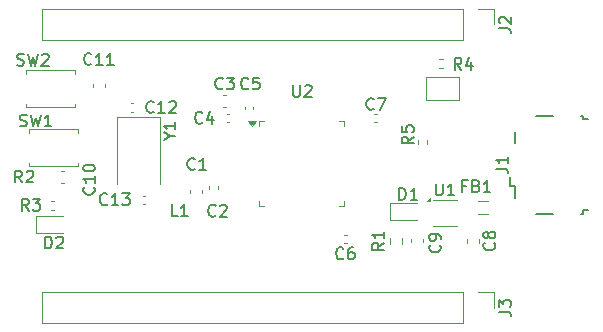
<source format=gbr>
%TF.GenerationSoftware,KiCad,Pcbnew,8.0.7*%
%TF.CreationDate,2025-01-11T18:27:59+02:00*%
%TF.ProjectId,STM32TrialPcb,53544d33-3254-4726-9961-6c5063622e6b,rev?*%
%TF.SameCoordinates,Original*%
%TF.FileFunction,Legend,Top*%
%TF.FilePolarity,Positive*%
%FSLAX46Y46*%
G04 Gerber Fmt 4.6, Leading zero omitted, Abs format (unit mm)*
G04 Created by KiCad (PCBNEW 8.0.7) date 2025-01-11 18:27:59*
%MOMM*%
%LPD*%
G01*
G04 APERTURE LIST*
%ADD10C,0.150000*%
%ADD11C,0.120000*%
G04 APERTURE END LIST*
D10*
X127216667Y-86397200D02*
X127359524Y-86444819D01*
X127359524Y-86444819D02*
X127597619Y-86444819D01*
X127597619Y-86444819D02*
X127692857Y-86397200D01*
X127692857Y-86397200D02*
X127740476Y-86349580D01*
X127740476Y-86349580D02*
X127788095Y-86254342D01*
X127788095Y-86254342D02*
X127788095Y-86159104D01*
X127788095Y-86159104D02*
X127740476Y-86063866D01*
X127740476Y-86063866D02*
X127692857Y-86016247D01*
X127692857Y-86016247D02*
X127597619Y-85968628D01*
X127597619Y-85968628D02*
X127407143Y-85921009D01*
X127407143Y-85921009D02*
X127311905Y-85873390D01*
X127311905Y-85873390D02*
X127264286Y-85825771D01*
X127264286Y-85825771D02*
X127216667Y-85730533D01*
X127216667Y-85730533D02*
X127216667Y-85635295D01*
X127216667Y-85635295D02*
X127264286Y-85540057D01*
X127264286Y-85540057D02*
X127311905Y-85492438D01*
X127311905Y-85492438D02*
X127407143Y-85444819D01*
X127407143Y-85444819D02*
X127645238Y-85444819D01*
X127645238Y-85444819D02*
X127788095Y-85492438D01*
X128121429Y-85444819D02*
X128359524Y-86444819D01*
X128359524Y-86444819D02*
X128550000Y-85730533D01*
X128550000Y-85730533D02*
X128740476Y-86444819D01*
X128740476Y-86444819D02*
X128978572Y-85444819D01*
X129311905Y-85540057D02*
X129359524Y-85492438D01*
X129359524Y-85492438D02*
X129454762Y-85444819D01*
X129454762Y-85444819D02*
X129692857Y-85444819D01*
X129692857Y-85444819D02*
X129788095Y-85492438D01*
X129788095Y-85492438D02*
X129835714Y-85540057D01*
X129835714Y-85540057D02*
X129883333Y-85635295D01*
X129883333Y-85635295D02*
X129883333Y-85730533D01*
X129883333Y-85730533D02*
X129835714Y-85873390D01*
X129835714Y-85873390D02*
X129264286Y-86444819D01*
X129264286Y-86444819D02*
X129883333Y-86444819D01*
X159566905Y-97807318D02*
X159566905Y-96807318D01*
X159566905Y-96807318D02*
X159805000Y-96807318D01*
X159805000Y-96807318D02*
X159947857Y-96854937D01*
X159947857Y-96854937D02*
X160043095Y-96950175D01*
X160043095Y-96950175D02*
X160090714Y-97045413D01*
X160090714Y-97045413D02*
X160138333Y-97235889D01*
X160138333Y-97235889D02*
X160138333Y-97378746D01*
X160138333Y-97378746D02*
X160090714Y-97569222D01*
X160090714Y-97569222D02*
X160043095Y-97664460D01*
X160043095Y-97664460D02*
X159947857Y-97759699D01*
X159947857Y-97759699D02*
X159805000Y-97807318D01*
X159805000Y-97807318D02*
X159566905Y-97807318D01*
X161090714Y-97807318D02*
X160519286Y-97807318D01*
X160805000Y-97807318D02*
X160805000Y-96807318D01*
X160805000Y-96807318D02*
X160709762Y-96950175D01*
X160709762Y-96950175D02*
X160614524Y-97045413D01*
X160614524Y-97045413D02*
X160519286Y-97093032D01*
X164823333Y-86794819D02*
X164490000Y-86318628D01*
X164251905Y-86794819D02*
X164251905Y-85794819D01*
X164251905Y-85794819D02*
X164632857Y-85794819D01*
X164632857Y-85794819D02*
X164728095Y-85842438D01*
X164728095Y-85842438D02*
X164775714Y-85890057D01*
X164775714Y-85890057D02*
X164823333Y-85985295D01*
X164823333Y-85985295D02*
X164823333Y-86128152D01*
X164823333Y-86128152D02*
X164775714Y-86223390D01*
X164775714Y-86223390D02*
X164728095Y-86271009D01*
X164728095Y-86271009D02*
X164632857Y-86318628D01*
X164632857Y-86318628D02*
X164251905Y-86318628D01*
X165680476Y-86128152D02*
X165680476Y-86794819D01*
X165442381Y-85747200D02*
X165204286Y-86461485D01*
X165204286Y-86461485D02*
X165823333Y-86461485D01*
X146783333Y-88369580D02*
X146735714Y-88417200D01*
X146735714Y-88417200D02*
X146592857Y-88464819D01*
X146592857Y-88464819D02*
X146497619Y-88464819D01*
X146497619Y-88464819D02*
X146354762Y-88417200D01*
X146354762Y-88417200D02*
X146259524Y-88321961D01*
X146259524Y-88321961D02*
X146211905Y-88226723D01*
X146211905Y-88226723D02*
X146164286Y-88036247D01*
X146164286Y-88036247D02*
X146164286Y-87893390D01*
X146164286Y-87893390D02*
X146211905Y-87702914D01*
X146211905Y-87702914D02*
X146259524Y-87607676D01*
X146259524Y-87607676D02*
X146354762Y-87512438D01*
X146354762Y-87512438D02*
X146497619Y-87464819D01*
X146497619Y-87464819D02*
X146592857Y-87464819D01*
X146592857Y-87464819D02*
X146735714Y-87512438D01*
X146735714Y-87512438D02*
X146783333Y-87560057D01*
X147688095Y-87464819D02*
X147211905Y-87464819D01*
X147211905Y-87464819D02*
X147164286Y-87941009D01*
X147164286Y-87941009D02*
X147211905Y-87893390D01*
X147211905Y-87893390D02*
X147307143Y-87845771D01*
X147307143Y-87845771D02*
X147545238Y-87845771D01*
X147545238Y-87845771D02*
X147640476Y-87893390D01*
X147640476Y-87893390D02*
X147688095Y-87941009D01*
X147688095Y-87941009D02*
X147735714Y-88036247D01*
X147735714Y-88036247D02*
X147735714Y-88274342D01*
X147735714Y-88274342D02*
X147688095Y-88369580D01*
X147688095Y-88369580D02*
X147640476Y-88417200D01*
X147640476Y-88417200D02*
X147545238Y-88464819D01*
X147545238Y-88464819D02*
X147307143Y-88464819D01*
X147307143Y-88464819D02*
X147211905Y-88417200D01*
X147211905Y-88417200D02*
X147164286Y-88369580D01*
X140803333Y-99184819D02*
X140327143Y-99184819D01*
X140327143Y-99184819D02*
X140327143Y-98184819D01*
X141660476Y-99184819D02*
X141089048Y-99184819D01*
X141374762Y-99184819D02*
X141374762Y-98184819D01*
X141374762Y-98184819D02*
X141279524Y-98327676D01*
X141279524Y-98327676D02*
X141184286Y-98422914D01*
X141184286Y-98422914D02*
X141089048Y-98470533D01*
X128203333Y-98722320D02*
X127870000Y-98246129D01*
X127631905Y-98722320D02*
X127631905Y-97722320D01*
X127631905Y-97722320D02*
X128012857Y-97722320D01*
X128012857Y-97722320D02*
X128108095Y-97769939D01*
X128108095Y-97769939D02*
X128155714Y-97817558D01*
X128155714Y-97817558D02*
X128203333Y-97912796D01*
X128203333Y-97912796D02*
X128203333Y-98055653D01*
X128203333Y-98055653D02*
X128155714Y-98150891D01*
X128155714Y-98150891D02*
X128108095Y-98198510D01*
X128108095Y-98198510D02*
X128012857Y-98246129D01*
X128012857Y-98246129D02*
X127631905Y-98246129D01*
X128536667Y-97722320D02*
X129155714Y-97722320D01*
X129155714Y-97722320D02*
X128822381Y-98103272D01*
X128822381Y-98103272D02*
X128965238Y-98103272D01*
X128965238Y-98103272D02*
X129060476Y-98150891D01*
X129060476Y-98150891D02*
X129108095Y-98198510D01*
X129108095Y-98198510D02*
X129155714Y-98293748D01*
X129155714Y-98293748D02*
X129155714Y-98531843D01*
X129155714Y-98531843D02*
X129108095Y-98627081D01*
X129108095Y-98627081D02*
X129060476Y-98674701D01*
X129060476Y-98674701D02*
X128965238Y-98722320D01*
X128965238Y-98722320D02*
X128679524Y-98722320D01*
X128679524Y-98722320D02*
X128584286Y-98674701D01*
X128584286Y-98674701D02*
X128536667Y-98627081D01*
X129581905Y-101924819D02*
X129581905Y-100924819D01*
X129581905Y-100924819D02*
X129820000Y-100924819D01*
X129820000Y-100924819D02*
X129962857Y-100972438D01*
X129962857Y-100972438D02*
X130058095Y-101067676D01*
X130058095Y-101067676D02*
X130105714Y-101162914D01*
X130105714Y-101162914D02*
X130153333Y-101353390D01*
X130153333Y-101353390D02*
X130153333Y-101496247D01*
X130153333Y-101496247D02*
X130105714Y-101686723D01*
X130105714Y-101686723D02*
X130058095Y-101781961D01*
X130058095Y-101781961D02*
X129962857Y-101877200D01*
X129962857Y-101877200D02*
X129820000Y-101924819D01*
X129820000Y-101924819D02*
X129581905Y-101924819D01*
X130534286Y-101020057D02*
X130581905Y-100972438D01*
X130581905Y-100972438D02*
X130677143Y-100924819D01*
X130677143Y-100924819D02*
X130915238Y-100924819D01*
X130915238Y-100924819D02*
X131010476Y-100972438D01*
X131010476Y-100972438D02*
X131058095Y-101020057D01*
X131058095Y-101020057D02*
X131105714Y-101115295D01*
X131105714Y-101115295D02*
X131105714Y-101210533D01*
X131105714Y-101210533D02*
X131058095Y-101353390D01*
X131058095Y-101353390D02*
X130486667Y-101924819D01*
X130486667Y-101924819D02*
X131105714Y-101924819D01*
X127446667Y-91537200D02*
X127589524Y-91584819D01*
X127589524Y-91584819D02*
X127827619Y-91584819D01*
X127827619Y-91584819D02*
X127922857Y-91537200D01*
X127922857Y-91537200D02*
X127970476Y-91489580D01*
X127970476Y-91489580D02*
X128018095Y-91394342D01*
X128018095Y-91394342D02*
X128018095Y-91299104D01*
X128018095Y-91299104D02*
X127970476Y-91203866D01*
X127970476Y-91203866D02*
X127922857Y-91156247D01*
X127922857Y-91156247D02*
X127827619Y-91108628D01*
X127827619Y-91108628D02*
X127637143Y-91061009D01*
X127637143Y-91061009D02*
X127541905Y-91013390D01*
X127541905Y-91013390D02*
X127494286Y-90965771D01*
X127494286Y-90965771D02*
X127446667Y-90870533D01*
X127446667Y-90870533D02*
X127446667Y-90775295D01*
X127446667Y-90775295D02*
X127494286Y-90680057D01*
X127494286Y-90680057D02*
X127541905Y-90632438D01*
X127541905Y-90632438D02*
X127637143Y-90584819D01*
X127637143Y-90584819D02*
X127875238Y-90584819D01*
X127875238Y-90584819D02*
X128018095Y-90632438D01*
X128351429Y-90584819D02*
X128589524Y-91584819D01*
X128589524Y-91584819D02*
X128780000Y-90870533D01*
X128780000Y-90870533D02*
X128970476Y-91584819D01*
X128970476Y-91584819D02*
X129208572Y-90584819D01*
X130113333Y-91584819D02*
X129541905Y-91584819D01*
X129827619Y-91584819D02*
X129827619Y-90584819D01*
X129827619Y-90584819D02*
X129732381Y-90727676D01*
X129732381Y-90727676D02*
X129637143Y-90822914D01*
X129637143Y-90822914D02*
X129541905Y-90870533D01*
X167594580Y-101449165D02*
X167642200Y-101496784D01*
X167642200Y-101496784D02*
X167689819Y-101639641D01*
X167689819Y-101639641D02*
X167689819Y-101734879D01*
X167689819Y-101734879D02*
X167642200Y-101877736D01*
X167642200Y-101877736D02*
X167546961Y-101972974D01*
X167546961Y-101972974D02*
X167451723Y-102020593D01*
X167451723Y-102020593D02*
X167261247Y-102068212D01*
X167261247Y-102068212D02*
X167118390Y-102068212D01*
X167118390Y-102068212D02*
X166927914Y-102020593D01*
X166927914Y-102020593D02*
X166832676Y-101972974D01*
X166832676Y-101972974D02*
X166737438Y-101877736D01*
X166737438Y-101877736D02*
X166689819Y-101734879D01*
X166689819Y-101734879D02*
X166689819Y-101639641D01*
X166689819Y-101639641D02*
X166737438Y-101496784D01*
X166737438Y-101496784D02*
X166785057Y-101449165D01*
X167118390Y-100877736D02*
X167070771Y-100972974D01*
X167070771Y-100972974D02*
X167023152Y-101020593D01*
X167023152Y-101020593D02*
X166927914Y-101068212D01*
X166927914Y-101068212D02*
X166880295Y-101068212D01*
X166880295Y-101068212D02*
X166785057Y-101020593D01*
X166785057Y-101020593D02*
X166737438Y-100972974D01*
X166737438Y-100972974D02*
X166689819Y-100877736D01*
X166689819Y-100877736D02*
X166689819Y-100687260D01*
X166689819Y-100687260D02*
X166737438Y-100592022D01*
X166737438Y-100592022D02*
X166785057Y-100544403D01*
X166785057Y-100544403D02*
X166880295Y-100496784D01*
X166880295Y-100496784D02*
X166927914Y-100496784D01*
X166927914Y-100496784D02*
X167023152Y-100544403D01*
X167023152Y-100544403D02*
X167070771Y-100592022D01*
X167070771Y-100592022D02*
X167118390Y-100687260D01*
X167118390Y-100687260D02*
X167118390Y-100877736D01*
X167118390Y-100877736D02*
X167166009Y-100972974D01*
X167166009Y-100972974D02*
X167213628Y-101020593D01*
X167213628Y-101020593D02*
X167308866Y-101068212D01*
X167308866Y-101068212D02*
X167499342Y-101068212D01*
X167499342Y-101068212D02*
X167594580Y-101020593D01*
X167594580Y-101020593D02*
X167642200Y-100972974D01*
X167642200Y-100972974D02*
X167689819Y-100877736D01*
X167689819Y-100877736D02*
X167689819Y-100687260D01*
X167689819Y-100687260D02*
X167642200Y-100592022D01*
X167642200Y-100592022D02*
X167594580Y-100544403D01*
X167594580Y-100544403D02*
X167499342Y-100496784D01*
X167499342Y-100496784D02*
X167308866Y-100496784D01*
X167308866Y-100496784D02*
X167213628Y-100544403D01*
X167213628Y-100544403D02*
X167166009Y-100592022D01*
X167166009Y-100592022D02*
X167118390Y-100687260D01*
X142253333Y-95169580D02*
X142205714Y-95217200D01*
X142205714Y-95217200D02*
X142062857Y-95264819D01*
X142062857Y-95264819D02*
X141967619Y-95264819D01*
X141967619Y-95264819D02*
X141824762Y-95217200D01*
X141824762Y-95217200D02*
X141729524Y-95121961D01*
X141729524Y-95121961D02*
X141681905Y-95026723D01*
X141681905Y-95026723D02*
X141634286Y-94836247D01*
X141634286Y-94836247D02*
X141634286Y-94693390D01*
X141634286Y-94693390D02*
X141681905Y-94502914D01*
X141681905Y-94502914D02*
X141729524Y-94407676D01*
X141729524Y-94407676D02*
X141824762Y-94312438D01*
X141824762Y-94312438D02*
X141967619Y-94264819D01*
X141967619Y-94264819D02*
X142062857Y-94264819D01*
X142062857Y-94264819D02*
X142205714Y-94312438D01*
X142205714Y-94312438D02*
X142253333Y-94360057D01*
X143205714Y-95264819D02*
X142634286Y-95264819D01*
X142920000Y-95264819D02*
X142920000Y-94264819D01*
X142920000Y-94264819D02*
X142824762Y-94407676D01*
X142824762Y-94407676D02*
X142729524Y-94502914D01*
X142729524Y-94502914D02*
X142634286Y-94550533D01*
X165236666Y-96621009D02*
X164903333Y-96621009D01*
X164903333Y-97144819D02*
X164903333Y-96144819D01*
X164903333Y-96144819D02*
X165379523Y-96144819D01*
X166093809Y-96621009D02*
X166236666Y-96668628D01*
X166236666Y-96668628D02*
X166284285Y-96716247D01*
X166284285Y-96716247D02*
X166331904Y-96811485D01*
X166331904Y-96811485D02*
X166331904Y-96954342D01*
X166331904Y-96954342D02*
X166284285Y-97049580D01*
X166284285Y-97049580D02*
X166236666Y-97097200D01*
X166236666Y-97097200D02*
X166141428Y-97144819D01*
X166141428Y-97144819D02*
X165760476Y-97144819D01*
X165760476Y-97144819D02*
X165760476Y-96144819D01*
X165760476Y-96144819D02*
X166093809Y-96144819D01*
X166093809Y-96144819D02*
X166189047Y-96192438D01*
X166189047Y-96192438D02*
X166236666Y-96240057D01*
X166236666Y-96240057D02*
X166284285Y-96335295D01*
X166284285Y-96335295D02*
X166284285Y-96430533D01*
X166284285Y-96430533D02*
X166236666Y-96525771D01*
X166236666Y-96525771D02*
X166189047Y-96573390D01*
X166189047Y-96573390D02*
X166093809Y-96621009D01*
X166093809Y-96621009D02*
X165760476Y-96621009D01*
X167284285Y-97144819D02*
X166712857Y-97144819D01*
X166998571Y-97144819D02*
X166998571Y-96144819D01*
X166998571Y-96144819D02*
X166903333Y-96287676D01*
X166903333Y-96287676D02*
X166808095Y-96382914D01*
X166808095Y-96382914D02*
X166712857Y-96430533D01*
X150568095Y-88094819D02*
X150568095Y-88904342D01*
X150568095Y-88904342D02*
X150615714Y-88999580D01*
X150615714Y-88999580D02*
X150663333Y-89047200D01*
X150663333Y-89047200D02*
X150758571Y-89094819D01*
X150758571Y-89094819D02*
X150949047Y-89094819D01*
X150949047Y-89094819D02*
X151044285Y-89047200D01*
X151044285Y-89047200D02*
X151091904Y-88999580D01*
X151091904Y-88999580D02*
X151139523Y-88904342D01*
X151139523Y-88904342D02*
X151139523Y-88094819D01*
X151568095Y-88190057D02*
X151615714Y-88142438D01*
X151615714Y-88142438D02*
X151710952Y-88094819D01*
X151710952Y-88094819D02*
X151949047Y-88094819D01*
X151949047Y-88094819D02*
X152044285Y-88142438D01*
X152044285Y-88142438D02*
X152091904Y-88190057D01*
X152091904Y-88190057D02*
X152139523Y-88285295D01*
X152139523Y-88285295D02*
X152139523Y-88380533D01*
X152139523Y-88380533D02*
X152091904Y-88523390D01*
X152091904Y-88523390D02*
X151520476Y-89094819D01*
X151520476Y-89094819D02*
X152139523Y-89094819D01*
X140131128Y-92438689D02*
X140607319Y-92438689D01*
X139607319Y-92772022D02*
X140131128Y-92438689D01*
X140131128Y-92438689D02*
X139607319Y-92105356D01*
X140607319Y-91248213D02*
X140607319Y-91819641D01*
X140607319Y-91533927D02*
X139607319Y-91533927D01*
X139607319Y-91533927D02*
X139750176Y-91629165D01*
X139750176Y-91629165D02*
X139845414Y-91724403D01*
X139845414Y-91724403D02*
X139893033Y-91819641D01*
X162994580Y-101639167D02*
X163042200Y-101686786D01*
X163042200Y-101686786D02*
X163089819Y-101829643D01*
X163089819Y-101829643D02*
X163089819Y-101924881D01*
X163089819Y-101924881D02*
X163042200Y-102067738D01*
X163042200Y-102067738D02*
X162946961Y-102162976D01*
X162946961Y-102162976D02*
X162851723Y-102210595D01*
X162851723Y-102210595D02*
X162661247Y-102258214D01*
X162661247Y-102258214D02*
X162518390Y-102258214D01*
X162518390Y-102258214D02*
X162327914Y-102210595D01*
X162327914Y-102210595D02*
X162232676Y-102162976D01*
X162232676Y-102162976D02*
X162137438Y-102067738D01*
X162137438Y-102067738D02*
X162089819Y-101924881D01*
X162089819Y-101924881D02*
X162089819Y-101829643D01*
X162089819Y-101829643D02*
X162137438Y-101686786D01*
X162137438Y-101686786D02*
X162185057Y-101639167D01*
X163089819Y-101162976D02*
X163089819Y-100972500D01*
X163089819Y-100972500D02*
X163042200Y-100877262D01*
X163042200Y-100877262D02*
X162994580Y-100829643D01*
X162994580Y-100829643D02*
X162851723Y-100734405D01*
X162851723Y-100734405D02*
X162661247Y-100686786D01*
X162661247Y-100686786D02*
X162280295Y-100686786D01*
X162280295Y-100686786D02*
X162185057Y-100734405D01*
X162185057Y-100734405D02*
X162137438Y-100782024D01*
X162137438Y-100782024D02*
X162089819Y-100877262D01*
X162089819Y-100877262D02*
X162089819Y-101067738D01*
X162089819Y-101067738D02*
X162137438Y-101162976D01*
X162137438Y-101162976D02*
X162185057Y-101210595D01*
X162185057Y-101210595D02*
X162280295Y-101258214D01*
X162280295Y-101258214D02*
X162518390Y-101258214D01*
X162518390Y-101258214D02*
X162613628Y-101210595D01*
X162613628Y-101210595D02*
X162661247Y-101162976D01*
X162661247Y-101162976D02*
X162708866Y-101067738D01*
X162708866Y-101067738D02*
X162708866Y-100877262D01*
X162708866Y-100877262D02*
X162661247Y-100782024D01*
X162661247Y-100782024D02*
X162613628Y-100734405D01*
X162613628Y-100734405D02*
X162518390Y-100686786D01*
X157403333Y-90089580D02*
X157355714Y-90137200D01*
X157355714Y-90137200D02*
X157212857Y-90184819D01*
X157212857Y-90184819D02*
X157117619Y-90184819D01*
X157117619Y-90184819D02*
X156974762Y-90137200D01*
X156974762Y-90137200D02*
X156879524Y-90041961D01*
X156879524Y-90041961D02*
X156831905Y-89946723D01*
X156831905Y-89946723D02*
X156784286Y-89756247D01*
X156784286Y-89756247D02*
X156784286Y-89613390D01*
X156784286Y-89613390D02*
X156831905Y-89422914D01*
X156831905Y-89422914D02*
X156879524Y-89327676D01*
X156879524Y-89327676D02*
X156974762Y-89232438D01*
X156974762Y-89232438D02*
X157117619Y-89184819D01*
X157117619Y-89184819D02*
X157212857Y-89184819D01*
X157212857Y-89184819D02*
X157355714Y-89232438D01*
X157355714Y-89232438D02*
X157403333Y-89280057D01*
X157736667Y-89184819D02*
X158403333Y-89184819D01*
X158403333Y-89184819D02*
X157974762Y-90184819D01*
X144013333Y-99129580D02*
X143965714Y-99177200D01*
X143965714Y-99177200D02*
X143822857Y-99224819D01*
X143822857Y-99224819D02*
X143727619Y-99224819D01*
X143727619Y-99224819D02*
X143584762Y-99177200D01*
X143584762Y-99177200D02*
X143489524Y-99081961D01*
X143489524Y-99081961D02*
X143441905Y-98986723D01*
X143441905Y-98986723D02*
X143394286Y-98796247D01*
X143394286Y-98796247D02*
X143394286Y-98653390D01*
X143394286Y-98653390D02*
X143441905Y-98462914D01*
X143441905Y-98462914D02*
X143489524Y-98367676D01*
X143489524Y-98367676D02*
X143584762Y-98272438D01*
X143584762Y-98272438D02*
X143727619Y-98224819D01*
X143727619Y-98224819D02*
X143822857Y-98224819D01*
X143822857Y-98224819D02*
X143965714Y-98272438D01*
X143965714Y-98272438D02*
X144013333Y-98320057D01*
X144394286Y-98320057D02*
X144441905Y-98272438D01*
X144441905Y-98272438D02*
X144537143Y-98224819D01*
X144537143Y-98224819D02*
X144775238Y-98224819D01*
X144775238Y-98224819D02*
X144870476Y-98272438D01*
X144870476Y-98272438D02*
X144918095Y-98320057D01*
X144918095Y-98320057D02*
X144965714Y-98415295D01*
X144965714Y-98415295D02*
X144965714Y-98510533D01*
X144965714Y-98510533D02*
X144918095Y-98653390D01*
X144918095Y-98653390D02*
X144346667Y-99224819D01*
X144346667Y-99224819D02*
X144965714Y-99224819D01*
X144620833Y-88367081D02*
X144573214Y-88414701D01*
X144573214Y-88414701D02*
X144430357Y-88462320D01*
X144430357Y-88462320D02*
X144335119Y-88462320D01*
X144335119Y-88462320D02*
X144192262Y-88414701D01*
X144192262Y-88414701D02*
X144097024Y-88319462D01*
X144097024Y-88319462D02*
X144049405Y-88224224D01*
X144049405Y-88224224D02*
X144001786Y-88033748D01*
X144001786Y-88033748D02*
X144001786Y-87890891D01*
X144001786Y-87890891D02*
X144049405Y-87700415D01*
X144049405Y-87700415D02*
X144097024Y-87605177D01*
X144097024Y-87605177D02*
X144192262Y-87509939D01*
X144192262Y-87509939D02*
X144335119Y-87462320D01*
X144335119Y-87462320D02*
X144430357Y-87462320D01*
X144430357Y-87462320D02*
X144573214Y-87509939D01*
X144573214Y-87509939D02*
X144620833Y-87557558D01*
X144954167Y-87462320D02*
X145573214Y-87462320D01*
X145573214Y-87462320D02*
X145239881Y-87843272D01*
X145239881Y-87843272D02*
X145382738Y-87843272D01*
X145382738Y-87843272D02*
X145477976Y-87890891D01*
X145477976Y-87890891D02*
X145525595Y-87938510D01*
X145525595Y-87938510D02*
X145573214Y-88033748D01*
X145573214Y-88033748D02*
X145573214Y-88271843D01*
X145573214Y-88271843D02*
X145525595Y-88367081D01*
X145525595Y-88367081D02*
X145477976Y-88414701D01*
X145477976Y-88414701D02*
X145382738Y-88462320D01*
X145382738Y-88462320D02*
X145097024Y-88462320D01*
X145097024Y-88462320D02*
X145001786Y-88414701D01*
X145001786Y-88414701D02*
X144954167Y-88367081D01*
X127623333Y-96334819D02*
X127290000Y-95858628D01*
X127051905Y-96334819D02*
X127051905Y-95334819D01*
X127051905Y-95334819D02*
X127432857Y-95334819D01*
X127432857Y-95334819D02*
X127528095Y-95382438D01*
X127528095Y-95382438D02*
X127575714Y-95430057D01*
X127575714Y-95430057D02*
X127623333Y-95525295D01*
X127623333Y-95525295D02*
X127623333Y-95668152D01*
X127623333Y-95668152D02*
X127575714Y-95763390D01*
X127575714Y-95763390D02*
X127528095Y-95811009D01*
X127528095Y-95811009D02*
X127432857Y-95858628D01*
X127432857Y-95858628D02*
X127051905Y-95858628D01*
X128004286Y-95430057D02*
X128051905Y-95382438D01*
X128051905Y-95382438D02*
X128147143Y-95334819D01*
X128147143Y-95334819D02*
X128385238Y-95334819D01*
X128385238Y-95334819D02*
X128480476Y-95382438D01*
X128480476Y-95382438D02*
X128528095Y-95430057D01*
X128528095Y-95430057D02*
X128575714Y-95525295D01*
X128575714Y-95525295D02*
X128575714Y-95620533D01*
X128575714Y-95620533D02*
X128528095Y-95763390D01*
X128528095Y-95763390D02*
X127956667Y-96334819D01*
X127956667Y-96334819D02*
X128575714Y-96334819D01*
X133689580Y-96742857D02*
X133737200Y-96790476D01*
X133737200Y-96790476D02*
X133784819Y-96933333D01*
X133784819Y-96933333D02*
X133784819Y-97028571D01*
X133784819Y-97028571D02*
X133737200Y-97171428D01*
X133737200Y-97171428D02*
X133641961Y-97266666D01*
X133641961Y-97266666D02*
X133546723Y-97314285D01*
X133546723Y-97314285D02*
X133356247Y-97361904D01*
X133356247Y-97361904D02*
X133213390Y-97361904D01*
X133213390Y-97361904D02*
X133022914Y-97314285D01*
X133022914Y-97314285D02*
X132927676Y-97266666D01*
X132927676Y-97266666D02*
X132832438Y-97171428D01*
X132832438Y-97171428D02*
X132784819Y-97028571D01*
X132784819Y-97028571D02*
X132784819Y-96933333D01*
X132784819Y-96933333D02*
X132832438Y-96790476D01*
X132832438Y-96790476D02*
X132880057Y-96742857D01*
X133784819Y-95790476D02*
X133784819Y-96361904D01*
X133784819Y-96076190D02*
X132784819Y-96076190D01*
X132784819Y-96076190D02*
X132927676Y-96171428D01*
X132927676Y-96171428D02*
X133022914Y-96266666D01*
X133022914Y-96266666D02*
X133070533Y-96361904D01*
X132784819Y-95171428D02*
X132784819Y-95076190D01*
X132784819Y-95076190D02*
X132832438Y-94980952D01*
X132832438Y-94980952D02*
X132880057Y-94933333D01*
X132880057Y-94933333D02*
X132975295Y-94885714D01*
X132975295Y-94885714D02*
X133165771Y-94838095D01*
X133165771Y-94838095D02*
X133403866Y-94838095D01*
X133403866Y-94838095D02*
X133594342Y-94885714D01*
X133594342Y-94885714D02*
X133689580Y-94933333D01*
X133689580Y-94933333D02*
X133737200Y-94980952D01*
X133737200Y-94980952D02*
X133784819Y-95076190D01*
X133784819Y-95076190D02*
X133784819Y-95171428D01*
X133784819Y-95171428D02*
X133737200Y-95266666D01*
X133737200Y-95266666D02*
X133689580Y-95314285D01*
X133689580Y-95314285D02*
X133594342Y-95361904D01*
X133594342Y-95361904D02*
X133403866Y-95409523D01*
X133403866Y-95409523D02*
X133165771Y-95409523D01*
X133165771Y-95409523D02*
X132975295Y-95361904D01*
X132975295Y-95361904D02*
X132880057Y-95314285D01*
X132880057Y-95314285D02*
X132832438Y-95266666D01*
X132832438Y-95266666D02*
X132784819Y-95171428D01*
X142885833Y-91252079D02*
X142838214Y-91299699D01*
X142838214Y-91299699D02*
X142695357Y-91347318D01*
X142695357Y-91347318D02*
X142600119Y-91347318D01*
X142600119Y-91347318D02*
X142457262Y-91299699D01*
X142457262Y-91299699D02*
X142362024Y-91204460D01*
X142362024Y-91204460D02*
X142314405Y-91109222D01*
X142314405Y-91109222D02*
X142266786Y-90918746D01*
X142266786Y-90918746D02*
X142266786Y-90775889D01*
X142266786Y-90775889D02*
X142314405Y-90585413D01*
X142314405Y-90585413D02*
X142362024Y-90490175D01*
X142362024Y-90490175D02*
X142457262Y-90394937D01*
X142457262Y-90394937D02*
X142600119Y-90347318D01*
X142600119Y-90347318D02*
X142695357Y-90347318D01*
X142695357Y-90347318D02*
X142838214Y-90394937D01*
X142838214Y-90394937D02*
X142885833Y-90442556D01*
X143742976Y-90680651D02*
X143742976Y-91347318D01*
X143504881Y-90299699D02*
X143266786Y-91013984D01*
X143266786Y-91013984D02*
X143885833Y-91013984D01*
X138767142Y-90349580D02*
X138719523Y-90397200D01*
X138719523Y-90397200D02*
X138576666Y-90444819D01*
X138576666Y-90444819D02*
X138481428Y-90444819D01*
X138481428Y-90444819D02*
X138338571Y-90397200D01*
X138338571Y-90397200D02*
X138243333Y-90301961D01*
X138243333Y-90301961D02*
X138195714Y-90206723D01*
X138195714Y-90206723D02*
X138148095Y-90016247D01*
X138148095Y-90016247D02*
X138148095Y-89873390D01*
X138148095Y-89873390D02*
X138195714Y-89682914D01*
X138195714Y-89682914D02*
X138243333Y-89587676D01*
X138243333Y-89587676D02*
X138338571Y-89492438D01*
X138338571Y-89492438D02*
X138481428Y-89444819D01*
X138481428Y-89444819D02*
X138576666Y-89444819D01*
X138576666Y-89444819D02*
X138719523Y-89492438D01*
X138719523Y-89492438D02*
X138767142Y-89540057D01*
X139719523Y-90444819D02*
X139148095Y-90444819D01*
X139433809Y-90444819D02*
X139433809Y-89444819D01*
X139433809Y-89444819D02*
X139338571Y-89587676D01*
X139338571Y-89587676D02*
X139243333Y-89682914D01*
X139243333Y-89682914D02*
X139148095Y-89730533D01*
X140100476Y-89540057D02*
X140148095Y-89492438D01*
X140148095Y-89492438D02*
X140243333Y-89444819D01*
X140243333Y-89444819D02*
X140481428Y-89444819D01*
X140481428Y-89444819D02*
X140576666Y-89492438D01*
X140576666Y-89492438D02*
X140624285Y-89540057D01*
X140624285Y-89540057D02*
X140671904Y-89635295D01*
X140671904Y-89635295D02*
X140671904Y-89730533D01*
X140671904Y-89730533D02*
X140624285Y-89873390D01*
X140624285Y-89873390D02*
X140052857Y-90444819D01*
X140052857Y-90444819D02*
X140671904Y-90444819D01*
X158259819Y-101449165D02*
X157783628Y-101782498D01*
X158259819Y-102020593D02*
X157259819Y-102020593D01*
X157259819Y-102020593D02*
X157259819Y-101639641D01*
X157259819Y-101639641D02*
X157307438Y-101544403D01*
X157307438Y-101544403D02*
X157355057Y-101496784D01*
X157355057Y-101496784D02*
X157450295Y-101449165D01*
X157450295Y-101449165D02*
X157593152Y-101449165D01*
X157593152Y-101449165D02*
X157688390Y-101496784D01*
X157688390Y-101496784D02*
X157736009Y-101544403D01*
X157736009Y-101544403D02*
X157783628Y-101639641D01*
X157783628Y-101639641D02*
X157783628Y-102020593D01*
X158259819Y-100496784D02*
X158259819Y-101068212D01*
X158259819Y-100782498D02*
X157259819Y-100782498D01*
X157259819Y-100782498D02*
X157402676Y-100877736D01*
X157402676Y-100877736D02*
X157497914Y-100972974D01*
X157497914Y-100972974D02*
X157545533Y-101068212D01*
X154823333Y-102749580D02*
X154775714Y-102797200D01*
X154775714Y-102797200D02*
X154632857Y-102844819D01*
X154632857Y-102844819D02*
X154537619Y-102844819D01*
X154537619Y-102844819D02*
X154394762Y-102797200D01*
X154394762Y-102797200D02*
X154299524Y-102701961D01*
X154299524Y-102701961D02*
X154251905Y-102606723D01*
X154251905Y-102606723D02*
X154204286Y-102416247D01*
X154204286Y-102416247D02*
X154204286Y-102273390D01*
X154204286Y-102273390D02*
X154251905Y-102082914D01*
X154251905Y-102082914D02*
X154299524Y-101987676D01*
X154299524Y-101987676D02*
X154394762Y-101892438D01*
X154394762Y-101892438D02*
X154537619Y-101844819D01*
X154537619Y-101844819D02*
X154632857Y-101844819D01*
X154632857Y-101844819D02*
X154775714Y-101892438D01*
X154775714Y-101892438D02*
X154823333Y-101940057D01*
X155680476Y-101844819D02*
X155490000Y-101844819D01*
X155490000Y-101844819D02*
X155394762Y-101892438D01*
X155394762Y-101892438D02*
X155347143Y-101940057D01*
X155347143Y-101940057D02*
X155251905Y-102082914D01*
X155251905Y-102082914D02*
X155204286Y-102273390D01*
X155204286Y-102273390D02*
X155204286Y-102654342D01*
X155204286Y-102654342D02*
X155251905Y-102749580D01*
X155251905Y-102749580D02*
X155299524Y-102797200D01*
X155299524Y-102797200D02*
X155394762Y-102844819D01*
X155394762Y-102844819D02*
X155585238Y-102844819D01*
X155585238Y-102844819D02*
X155680476Y-102797200D01*
X155680476Y-102797200D02*
X155728095Y-102749580D01*
X155728095Y-102749580D02*
X155775714Y-102654342D01*
X155775714Y-102654342D02*
X155775714Y-102416247D01*
X155775714Y-102416247D02*
X155728095Y-102321009D01*
X155728095Y-102321009D02*
X155680476Y-102273390D01*
X155680476Y-102273390D02*
X155585238Y-102225771D01*
X155585238Y-102225771D02*
X155394762Y-102225771D01*
X155394762Y-102225771D02*
X155299524Y-102273390D01*
X155299524Y-102273390D02*
X155251905Y-102321009D01*
X155251905Y-102321009D02*
X155204286Y-102416247D01*
X160774819Y-92466666D02*
X160298628Y-92799999D01*
X160774819Y-93038094D02*
X159774819Y-93038094D01*
X159774819Y-93038094D02*
X159774819Y-92657142D01*
X159774819Y-92657142D02*
X159822438Y-92561904D01*
X159822438Y-92561904D02*
X159870057Y-92514285D01*
X159870057Y-92514285D02*
X159965295Y-92466666D01*
X159965295Y-92466666D02*
X160108152Y-92466666D01*
X160108152Y-92466666D02*
X160203390Y-92514285D01*
X160203390Y-92514285D02*
X160251009Y-92561904D01*
X160251009Y-92561904D02*
X160298628Y-92657142D01*
X160298628Y-92657142D02*
X160298628Y-93038094D01*
X159774819Y-91561904D02*
X159774819Y-92038094D01*
X159774819Y-92038094D02*
X160251009Y-92085713D01*
X160251009Y-92085713D02*
X160203390Y-92038094D01*
X160203390Y-92038094D02*
X160155771Y-91942856D01*
X160155771Y-91942856D02*
X160155771Y-91704761D01*
X160155771Y-91704761D02*
X160203390Y-91609523D01*
X160203390Y-91609523D02*
X160251009Y-91561904D01*
X160251009Y-91561904D02*
X160346247Y-91514285D01*
X160346247Y-91514285D02*
X160584342Y-91514285D01*
X160584342Y-91514285D02*
X160679580Y-91561904D01*
X160679580Y-91561904D02*
X160727200Y-91609523D01*
X160727200Y-91609523D02*
X160774819Y-91704761D01*
X160774819Y-91704761D02*
X160774819Y-91942856D01*
X160774819Y-91942856D02*
X160727200Y-92038094D01*
X160727200Y-92038094D02*
X160679580Y-92085713D01*
X168004819Y-107273333D02*
X168719104Y-107273333D01*
X168719104Y-107273333D02*
X168861961Y-107320952D01*
X168861961Y-107320952D02*
X168957200Y-107416190D01*
X168957200Y-107416190D02*
X169004819Y-107559047D01*
X169004819Y-107559047D02*
X169004819Y-107654285D01*
X168004819Y-106892380D02*
X168004819Y-106273333D01*
X168004819Y-106273333D02*
X168385771Y-106606666D01*
X168385771Y-106606666D02*
X168385771Y-106463809D01*
X168385771Y-106463809D02*
X168433390Y-106368571D01*
X168433390Y-106368571D02*
X168481009Y-106320952D01*
X168481009Y-106320952D02*
X168576247Y-106273333D01*
X168576247Y-106273333D02*
X168814342Y-106273333D01*
X168814342Y-106273333D02*
X168909580Y-106320952D01*
X168909580Y-106320952D02*
X168957200Y-106368571D01*
X168957200Y-106368571D02*
X169004819Y-106463809D01*
X169004819Y-106463809D02*
X169004819Y-106749523D01*
X169004819Y-106749523D02*
X168957200Y-106844761D01*
X168957200Y-106844761D02*
X168909580Y-106892380D01*
X134827142Y-98164579D02*
X134779523Y-98212199D01*
X134779523Y-98212199D02*
X134636666Y-98259818D01*
X134636666Y-98259818D02*
X134541428Y-98259818D01*
X134541428Y-98259818D02*
X134398571Y-98212199D01*
X134398571Y-98212199D02*
X134303333Y-98116960D01*
X134303333Y-98116960D02*
X134255714Y-98021722D01*
X134255714Y-98021722D02*
X134208095Y-97831246D01*
X134208095Y-97831246D02*
X134208095Y-97688389D01*
X134208095Y-97688389D02*
X134255714Y-97497913D01*
X134255714Y-97497913D02*
X134303333Y-97402675D01*
X134303333Y-97402675D02*
X134398571Y-97307437D01*
X134398571Y-97307437D02*
X134541428Y-97259818D01*
X134541428Y-97259818D02*
X134636666Y-97259818D01*
X134636666Y-97259818D02*
X134779523Y-97307437D01*
X134779523Y-97307437D02*
X134827142Y-97355056D01*
X135779523Y-98259818D02*
X135208095Y-98259818D01*
X135493809Y-98259818D02*
X135493809Y-97259818D01*
X135493809Y-97259818D02*
X135398571Y-97402675D01*
X135398571Y-97402675D02*
X135303333Y-97497913D01*
X135303333Y-97497913D02*
X135208095Y-97545532D01*
X136112857Y-97259818D02*
X136731904Y-97259818D01*
X136731904Y-97259818D02*
X136398571Y-97640770D01*
X136398571Y-97640770D02*
X136541428Y-97640770D01*
X136541428Y-97640770D02*
X136636666Y-97688389D01*
X136636666Y-97688389D02*
X136684285Y-97736008D01*
X136684285Y-97736008D02*
X136731904Y-97831246D01*
X136731904Y-97831246D02*
X136731904Y-98069341D01*
X136731904Y-98069341D02*
X136684285Y-98164579D01*
X136684285Y-98164579D02*
X136636666Y-98212199D01*
X136636666Y-98212199D02*
X136541428Y-98259818D01*
X136541428Y-98259818D02*
X136255714Y-98259818D01*
X136255714Y-98259818D02*
X136160476Y-98212199D01*
X136160476Y-98212199D02*
X136112857Y-98164579D01*
X168004819Y-83293333D02*
X168719104Y-83293333D01*
X168719104Y-83293333D02*
X168861961Y-83340952D01*
X168861961Y-83340952D02*
X168957200Y-83436190D01*
X168957200Y-83436190D02*
X169004819Y-83579047D01*
X169004819Y-83579047D02*
X169004819Y-83674285D01*
X168100057Y-82864761D02*
X168052438Y-82817142D01*
X168052438Y-82817142D02*
X168004819Y-82721904D01*
X168004819Y-82721904D02*
X168004819Y-82483809D01*
X168004819Y-82483809D02*
X168052438Y-82388571D01*
X168052438Y-82388571D02*
X168100057Y-82340952D01*
X168100057Y-82340952D02*
X168195295Y-82293333D01*
X168195295Y-82293333D02*
X168290533Y-82293333D01*
X168290533Y-82293333D02*
X168433390Y-82340952D01*
X168433390Y-82340952D02*
X169004819Y-82912380D01*
X169004819Y-82912380D02*
X169004819Y-82293333D01*
X167744819Y-95158333D02*
X168459104Y-95158333D01*
X168459104Y-95158333D02*
X168601961Y-95205952D01*
X168601961Y-95205952D02*
X168697200Y-95301190D01*
X168697200Y-95301190D02*
X168744819Y-95444047D01*
X168744819Y-95444047D02*
X168744819Y-95539285D01*
X168744819Y-94158333D02*
X168744819Y-94729761D01*
X168744819Y-94444047D02*
X167744819Y-94444047D01*
X167744819Y-94444047D02*
X167887676Y-94539285D01*
X167887676Y-94539285D02*
X167982914Y-94634523D01*
X167982914Y-94634523D02*
X168030533Y-94729761D01*
X162655595Y-96437318D02*
X162655595Y-97246841D01*
X162655595Y-97246841D02*
X162703214Y-97342079D01*
X162703214Y-97342079D02*
X162750833Y-97389699D01*
X162750833Y-97389699D02*
X162846071Y-97437318D01*
X162846071Y-97437318D02*
X163036547Y-97437318D01*
X163036547Y-97437318D02*
X163131785Y-97389699D01*
X163131785Y-97389699D02*
X163179404Y-97342079D01*
X163179404Y-97342079D02*
X163227023Y-97246841D01*
X163227023Y-97246841D02*
X163227023Y-96437318D01*
X164227023Y-97437318D02*
X163655595Y-97437318D01*
X163941309Y-97437318D02*
X163941309Y-96437318D01*
X163941309Y-96437318D02*
X163846071Y-96580175D01*
X163846071Y-96580175D02*
X163750833Y-96675413D01*
X163750833Y-96675413D02*
X163655595Y-96723032D01*
X133487142Y-86299580D02*
X133439523Y-86347200D01*
X133439523Y-86347200D02*
X133296666Y-86394819D01*
X133296666Y-86394819D02*
X133201428Y-86394819D01*
X133201428Y-86394819D02*
X133058571Y-86347200D01*
X133058571Y-86347200D02*
X132963333Y-86251961D01*
X132963333Y-86251961D02*
X132915714Y-86156723D01*
X132915714Y-86156723D02*
X132868095Y-85966247D01*
X132868095Y-85966247D02*
X132868095Y-85823390D01*
X132868095Y-85823390D02*
X132915714Y-85632914D01*
X132915714Y-85632914D02*
X132963333Y-85537676D01*
X132963333Y-85537676D02*
X133058571Y-85442438D01*
X133058571Y-85442438D02*
X133201428Y-85394819D01*
X133201428Y-85394819D02*
X133296666Y-85394819D01*
X133296666Y-85394819D02*
X133439523Y-85442438D01*
X133439523Y-85442438D02*
X133487142Y-85490057D01*
X134439523Y-86394819D02*
X133868095Y-86394819D01*
X134153809Y-86394819D02*
X134153809Y-85394819D01*
X134153809Y-85394819D02*
X134058571Y-85537676D01*
X134058571Y-85537676D02*
X133963333Y-85632914D01*
X133963333Y-85632914D02*
X133868095Y-85680533D01*
X135391904Y-86394819D02*
X134820476Y-86394819D01*
X135106190Y-86394819D02*
X135106190Y-85394819D01*
X135106190Y-85394819D02*
X135010952Y-85537676D01*
X135010952Y-85537676D02*
X134915714Y-85632914D01*
X134915714Y-85632914D02*
X134820476Y-85680533D01*
D11*
%TO.C,SW2*%
X132122500Y-89962499D02*
X127982500Y-89962499D01*
X132122500Y-89662499D02*
X132122500Y-89962499D01*
X132122500Y-86822499D02*
X132122500Y-87122499D01*
X127982500Y-89962499D02*
X127982500Y-89662499D01*
X127982500Y-87122499D02*
X127982500Y-86822499D01*
X127982500Y-86822499D02*
X132122500Y-86822499D01*
%TO.C,D1*%
X158820000Y-98047499D02*
X158820000Y-99517499D01*
X158820000Y-99517499D02*
X161105000Y-99517499D01*
X161105000Y-98047499D02*
X158820000Y-98047499D01*
%TO.C,R4*%
X163253641Y-86680000D02*
X162946359Y-86680000D01*
X163253641Y-85920000D02*
X162946359Y-85920000D01*
%TO.C,C5*%
X146500000Y-90137836D02*
X146500000Y-89922164D01*
X147220000Y-90137836D02*
X147220000Y-89922164D01*
%TO.C,R3*%
X130066359Y-97900000D02*
X130373641Y-97900000D01*
X130066359Y-98660000D02*
X130373641Y-98660000D01*
%TO.C,D2*%
X128780000Y-99157499D02*
X128780000Y-100627499D01*
X128780000Y-100627499D02*
X131065000Y-100627499D01*
X131065000Y-99157499D02*
X128780000Y-99157499D01*
%TO.C,SW1*%
X132350000Y-94950000D02*
X128210000Y-94950000D01*
X132350000Y-94650000D02*
X132350000Y-94950000D01*
X132350000Y-91810000D02*
X132350000Y-92110000D01*
X128210000Y-94950000D02*
X128210000Y-94650000D01*
X128210000Y-92110000D02*
X128210000Y-91810000D01*
X128210000Y-91810000D02*
X132350000Y-91810000D01*
%TO.C,C8*%
X165295000Y-101141919D02*
X165295000Y-101423079D01*
X166315000Y-101141919D02*
X166315000Y-101423079D01*
%TO.C,C1*%
X141880000Y-96949420D02*
X141880000Y-97230580D01*
X142900000Y-96949420D02*
X142900000Y-97230580D01*
%TO.C,FB1*%
X167059622Y-97920000D02*
X166260378Y-97920000D01*
X167059622Y-99040000D02*
X166260378Y-99040000D01*
%TO.C,U2*%
X147692500Y-91119999D02*
X147692500Y-91569999D01*
X147692500Y-98339999D02*
X147692500Y-97889999D01*
X148142500Y-91119999D02*
X147692500Y-91119999D01*
X148142500Y-98339999D02*
X147692500Y-98339999D01*
X154462500Y-91119999D02*
X154912500Y-91119999D01*
X154462500Y-98339999D02*
X154912500Y-98339999D01*
X154912500Y-91119999D02*
X154912500Y-91569999D01*
X154912500Y-98339999D02*
X154912500Y-97889999D01*
X147102500Y-91569999D02*
X146762500Y-91099999D01*
X147442500Y-91099999D01*
X147102500Y-91569999D01*
G36*
X147102500Y-91569999D02*
G01*
X146762500Y-91099999D01*
X147442500Y-91099999D01*
X147102500Y-91569999D01*
G37*
%TO.C,JP1*%
X161802500Y-87392499D02*
X164602500Y-87392499D01*
X161802500Y-89392499D02*
X161802500Y-87392499D01*
X164602500Y-87392499D02*
X164602500Y-89392499D01*
X164602500Y-89392499D02*
X161802500Y-89392499D01*
%TO.C,Y1*%
X139290000Y-96504999D02*
X139290000Y-90754999D01*
X139290000Y-90754999D02*
X135690000Y-90754999D01*
X135690000Y-90754999D02*
X135690000Y-96504999D01*
%TO.C,C9*%
X160560000Y-101134420D02*
X160560000Y-101415580D01*
X161580000Y-101134420D02*
X161580000Y-101415580D01*
%TO.C,C7*%
X157464664Y-90532499D02*
X157680336Y-90532499D01*
X157464664Y-91252499D02*
X157680336Y-91252499D01*
%TO.C,C2*%
X144200000Y-96642164D02*
X144200000Y-96857836D01*
X143480000Y-96642164D02*
X143480000Y-96857836D01*
%TO.C,C3*%
X144920580Y-88900000D02*
X144639420Y-88900000D01*
X144920580Y-89920000D02*
X144639420Y-89920000D01*
%TO.C,C10*%
X131193080Y-95382499D02*
X130911920Y-95382499D01*
X131193080Y-96402499D02*
X130911920Y-96402499D01*
%TO.C,C4*%
X145160336Y-90532499D02*
X144944664Y-90532499D01*
X145160336Y-91252499D02*
X144944664Y-91252499D01*
%TO.C,C12*%
X137027836Y-90340000D02*
X136812164Y-90340000D01*
X137027836Y-89620000D02*
X136812164Y-89620000D01*
%TO.C,R1*%
X158782500Y-101045241D02*
X158782500Y-101519757D01*
X159827500Y-101045241D02*
X159827500Y-101519757D01*
%TO.C,C6*%
X154882164Y-100750000D02*
X155097836Y-100750000D01*
X154882164Y-101470000D02*
X155097836Y-101470000D01*
%TO.C,R5*%
X161172500Y-92738858D02*
X161172500Y-93046140D01*
X161932500Y-92738858D02*
X161932500Y-93046140D01*
%TO.C,J3*%
X167550000Y-105610000D02*
X167550000Y-106940000D01*
X166220000Y-105610000D02*
X167550000Y-105610000D01*
X164950000Y-108270000D02*
X129330000Y-108270000D01*
X164950000Y-105610000D02*
X164950000Y-108270000D01*
X164950000Y-105610000D02*
X129330000Y-105610000D01*
X129330000Y-105610000D02*
X129330000Y-108270000D01*
%TO.C,C13*%
X137862164Y-97444999D02*
X138077836Y-97444999D01*
X137862164Y-98164999D02*
X138077836Y-98164999D01*
%TO.C,J2*%
X167550000Y-81630000D02*
X167550000Y-82960000D01*
X166220000Y-81630000D02*
X167550000Y-81630000D01*
X164950000Y-84290000D02*
X129330000Y-84290000D01*
X164950000Y-81630000D02*
X164950000Y-84290000D01*
X164950000Y-81630000D02*
X129330000Y-81630000D01*
X129330000Y-81630000D02*
X129330000Y-84290000D01*
D10*
%TO.C,J1*%
X168965000Y-95900000D02*
X168965000Y-96625000D01*
X168965000Y-96625000D02*
X169390000Y-96625000D01*
X169390000Y-93025000D02*
X169390000Y-92025000D01*
X169390000Y-96625000D02*
X169390000Y-97625000D01*
X171140000Y-98975000D02*
X172540000Y-98975000D01*
X172540000Y-90675000D02*
X171140000Y-90675000D01*
X174940000Y-98975000D02*
X175090000Y-98975000D01*
X175090000Y-90675000D02*
X174940000Y-90675000D01*
X175090000Y-90975000D02*
X175090000Y-90675000D01*
X175090000Y-98675000D02*
X175540000Y-98675000D01*
X175090000Y-98975000D02*
X175090000Y-98675000D01*
X175540000Y-90975000D02*
X175090000Y-90975000D01*
D11*
%TO.C,U1*%
X162417500Y-97822499D02*
X164417500Y-97822499D01*
X162417500Y-100042499D02*
X164417500Y-100042499D01*
X162177500Y-97922499D02*
X161897500Y-97922499D01*
X162177500Y-97642499D01*
X162177500Y-97922499D01*
G36*
X162177500Y-97922499D02*
G01*
X161897500Y-97922499D01*
X162177500Y-97642499D01*
X162177500Y-97922499D01*
G37*
%TO.C,C11*%
X134670000Y-88270580D02*
X134670000Y-87989420D01*
X133650000Y-88270580D02*
X133650000Y-87989420D01*
%TD*%
M02*

</source>
